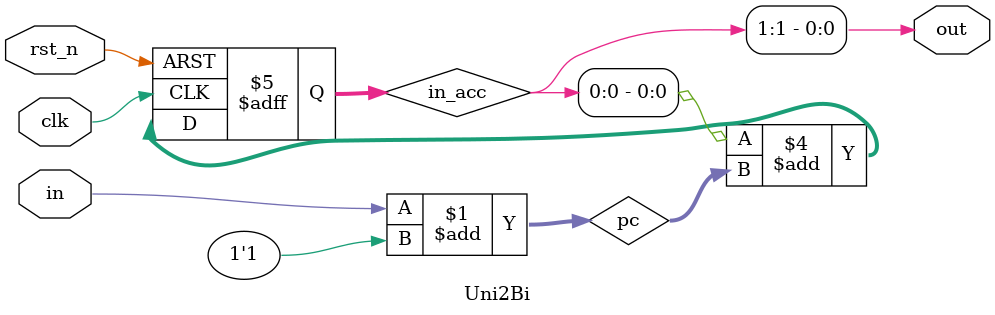
<source format=sv>
module Uni2Bi (
    input logic clk,    // Clock
    input logic rst_n,  // Asynchronous reset active low
    input logic in,
    output logic out
);

    // bipolar: output = (input + 1)/2
    logic [1:0] in_acc;
    logic [1:0] pc;

    assign pc = in + 1'b1;

    always_ff @(posedge clk or negedge rst_n) begin : proc_in_acc
        if(~rst_n) begin
            in_acc <= 2'b0;
        end else begin
            in_acc <= in_acc[0] + pc;
        end
    end

    // output a zero when in_acc overflows.
    assign out = in_acc[1];

endmodule
</source>
